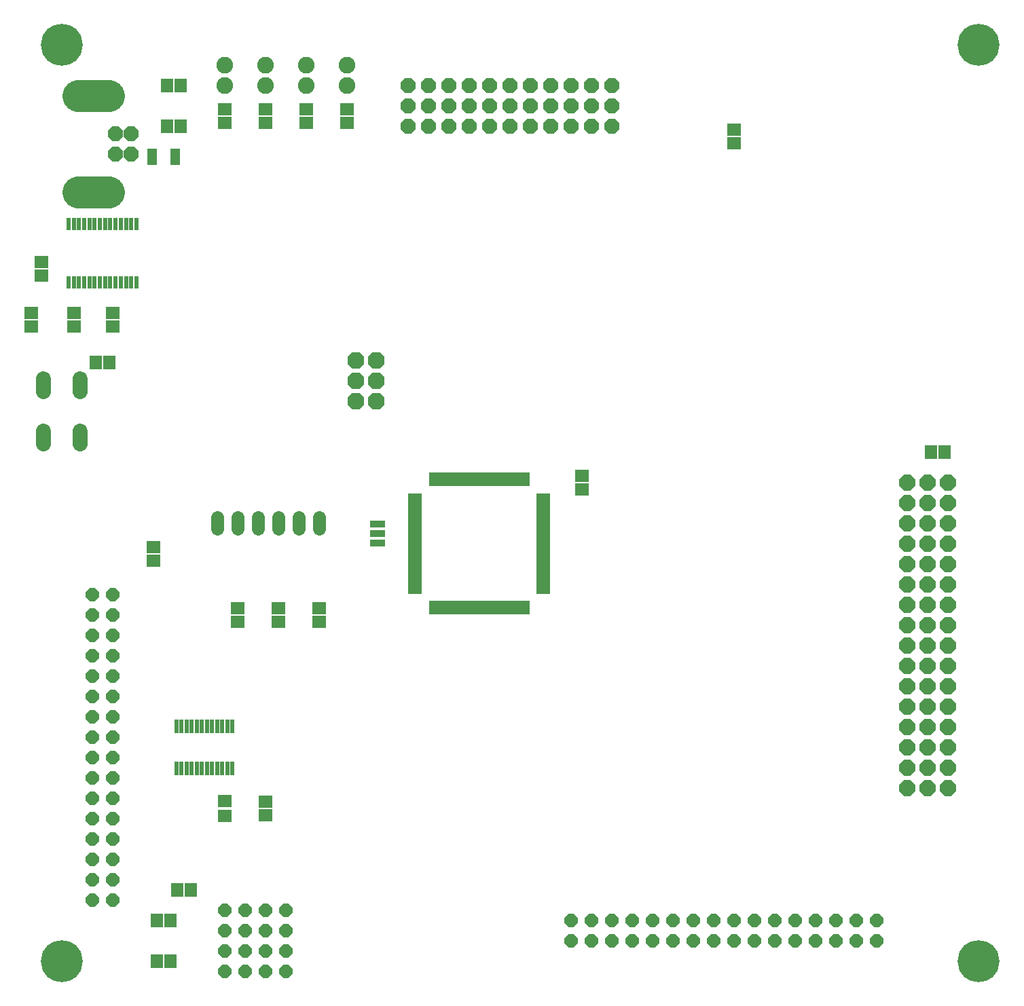
<source format=gts>
G75*
%MOIN*%
%OFA0B0*%
%FSLAX24Y24*%
%IPPOS*%
%LPD*%
%AMOC8*
5,1,8,0,0,1.08239X$1,22.5*
%
%ADD10C,0.2060*%
%ADD11R,0.0198X0.0671*%
%ADD12R,0.0671X0.0198*%
%ADD13OC8,0.0820*%
%ADD14R,0.0749X0.0356*%
%ADD15R,0.0592X0.0671*%
%ADD16R,0.0671X0.0592*%
%ADD17C,0.0820*%
%ADD18C,0.0720*%
%ADD19R,0.0217X0.0630*%
%ADD20OC8,0.0740*%
%ADD21OC8,0.0780*%
%ADD22OC8,0.0714*%
%ADD23C,0.1582*%
%ADD24OC8,0.0635*%
%ADD25R,0.0474X0.0789*%
%ADD26R,0.0220X0.0710*%
%ADD27R,0.0710X0.0592*%
%ADD28C,0.0635*%
D10*
X003000Y002680D03*
X003000Y047680D03*
X048000Y047680D03*
X048000Y002680D03*
D11*
X025862Y020030D03*
X025665Y020030D03*
X025469Y020030D03*
X025272Y020030D03*
X025075Y020030D03*
X024878Y020030D03*
X024681Y020030D03*
X024484Y020030D03*
X024287Y020030D03*
X024091Y020030D03*
X023894Y020030D03*
X023697Y020030D03*
X023500Y020030D03*
X023303Y020030D03*
X023106Y020030D03*
X022909Y020030D03*
X022713Y020030D03*
X022516Y020030D03*
X022319Y020030D03*
X022122Y020030D03*
X021925Y020030D03*
X021728Y020030D03*
X021531Y020030D03*
X021335Y020030D03*
X021138Y020030D03*
X021138Y026330D03*
X021335Y026330D03*
X021531Y026330D03*
X021728Y026330D03*
X021925Y026330D03*
X022122Y026330D03*
X022319Y026330D03*
X022516Y026330D03*
X022713Y026330D03*
X022909Y026330D03*
X023106Y026330D03*
X023303Y026330D03*
X023500Y026330D03*
X023697Y026330D03*
X023894Y026330D03*
X024091Y026330D03*
X024287Y026330D03*
X024484Y026330D03*
X024681Y026330D03*
X024878Y026330D03*
X025075Y026330D03*
X025272Y026330D03*
X025469Y026330D03*
X025665Y026330D03*
X025862Y026330D03*
D12*
X026650Y025542D03*
X026650Y025345D03*
X026650Y025149D03*
X026650Y024952D03*
X026650Y024755D03*
X026650Y024558D03*
X026650Y024361D03*
X026650Y024164D03*
X026650Y023967D03*
X026650Y023771D03*
X026650Y023574D03*
X026650Y023377D03*
X026650Y023180D03*
X026650Y022983D03*
X026650Y022786D03*
X026650Y022589D03*
X026650Y022393D03*
X026650Y022196D03*
X026650Y021999D03*
X026650Y021802D03*
X026650Y021605D03*
X026650Y021408D03*
X026650Y021211D03*
X026650Y021015D03*
X026650Y020818D03*
X020350Y020818D03*
X020350Y021015D03*
X020350Y021211D03*
X020350Y021408D03*
X020350Y021605D03*
X020350Y021802D03*
X020350Y021999D03*
X020350Y022196D03*
X020350Y022393D03*
X020350Y022589D03*
X020350Y022786D03*
X020350Y022983D03*
X020350Y023180D03*
X020350Y023377D03*
X020350Y023574D03*
X020350Y023771D03*
X020350Y023967D03*
X020350Y024164D03*
X020350Y024361D03*
X020350Y024558D03*
X020350Y024755D03*
X020350Y024952D03*
X020350Y025149D03*
X020350Y025345D03*
X020350Y025542D03*
D13*
X018450Y030180D03*
X018450Y031180D03*
X018450Y032180D03*
X017450Y032180D03*
X017450Y031180D03*
X017450Y030180D03*
D14*
X018500Y024152D03*
X018500Y023680D03*
X018500Y023208D03*
D15*
X005335Y032070D03*
X004665Y032070D03*
X008165Y043680D03*
X008835Y043680D03*
X008835Y045680D03*
X008165Y045680D03*
X045665Y027680D03*
X046335Y027680D03*
X009335Y006180D03*
X008665Y006180D03*
X008335Y004680D03*
X007665Y004680D03*
X007665Y002680D03*
X008335Y002680D03*
D16*
X013000Y009845D03*
X013000Y010515D03*
X013650Y019345D03*
X013650Y020015D03*
X011650Y020015D03*
X011650Y019345D03*
X015650Y019345D03*
X015650Y020015D03*
X007500Y022345D03*
X007500Y023015D03*
X005500Y033845D03*
X005500Y034515D03*
X003593Y034515D03*
X003593Y033845D03*
X001500Y033845D03*
X001500Y034515D03*
X002000Y036345D03*
X002000Y037015D03*
X011000Y043845D03*
X011000Y044515D03*
X013000Y044515D03*
X013000Y043845D03*
X015000Y043845D03*
X015000Y044515D03*
X017000Y044515D03*
X017000Y043845D03*
X028525Y026515D03*
X028525Y025845D03*
X036000Y042845D03*
X036000Y043515D03*
D17*
X017000Y045680D03*
X017000Y046680D03*
X015000Y046680D03*
X015000Y045680D03*
X013000Y045680D03*
X013000Y046680D03*
X011000Y046680D03*
X011000Y045680D03*
D18*
X003890Y031280D02*
X003890Y030640D01*
X002110Y030640D02*
X002110Y031280D01*
X002110Y028720D02*
X002110Y028080D01*
X003890Y028080D02*
X003890Y028720D01*
D19*
X003848Y035991D03*
X003593Y035991D03*
X003337Y035991D03*
X004104Y035991D03*
X004360Y035991D03*
X004616Y035991D03*
X004872Y035991D03*
X005128Y035991D03*
X005384Y035991D03*
X005640Y035991D03*
X005896Y035991D03*
X006152Y035991D03*
X006407Y035991D03*
X006663Y035991D03*
X006663Y038869D03*
X006407Y038869D03*
X006152Y038869D03*
X005896Y038869D03*
X005640Y038869D03*
X005384Y038869D03*
X005128Y038869D03*
X004872Y038869D03*
X004616Y038869D03*
X004360Y038869D03*
X004104Y038869D03*
X003848Y038869D03*
X003593Y038869D03*
X003337Y038869D03*
D20*
X020000Y043680D03*
X020000Y044680D03*
X020000Y045680D03*
X021000Y045680D03*
X021000Y044680D03*
X021000Y043680D03*
X022000Y043680D03*
X022000Y044680D03*
X022000Y045680D03*
X023000Y045680D03*
X023000Y044680D03*
X023000Y043680D03*
X024000Y043680D03*
X024000Y044680D03*
X024000Y045680D03*
X025000Y045680D03*
X025000Y044680D03*
X025000Y043680D03*
X026000Y043680D03*
X026000Y044680D03*
X026000Y045680D03*
X027000Y045680D03*
X027000Y044680D03*
X027000Y043680D03*
X028000Y043680D03*
X028000Y044680D03*
X028000Y045680D03*
X029000Y045680D03*
X029000Y044680D03*
X029000Y043680D03*
X030000Y043680D03*
X030000Y044680D03*
X030000Y045680D03*
D21*
X044500Y026180D03*
X044500Y025180D03*
X044500Y024180D03*
X044500Y023180D03*
X044500Y022180D03*
X044500Y021180D03*
X044500Y020180D03*
X044500Y019180D03*
X044500Y018180D03*
X044500Y017180D03*
X044500Y016180D03*
X044500Y015180D03*
X044500Y014180D03*
X044500Y013180D03*
X044500Y012180D03*
X044500Y011180D03*
X045500Y011180D03*
X045500Y012180D03*
X045500Y013180D03*
X045500Y014180D03*
X045500Y015180D03*
X045500Y016180D03*
X045500Y017180D03*
X045500Y018180D03*
X045500Y019180D03*
X045500Y020180D03*
X045500Y021180D03*
X045500Y022180D03*
X045500Y023180D03*
X045500Y024180D03*
X045500Y025180D03*
X045500Y026180D03*
X046500Y026180D03*
X046500Y025180D03*
X046500Y024180D03*
X046500Y023180D03*
X046500Y022180D03*
X046500Y021180D03*
X046500Y020180D03*
X046500Y019180D03*
X046500Y018180D03*
X046500Y017180D03*
X046500Y016180D03*
X046500Y015180D03*
X046500Y014180D03*
X046500Y013180D03*
X046500Y012180D03*
X046500Y011180D03*
D22*
X006400Y042320D03*
X005620Y042320D03*
X005620Y043300D03*
X006400Y043300D03*
D23*
X005301Y045180D02*
X003799Y045180D01*
X003799Y040440D02*
X005301Y040440D01*
D24*
X005500Y020680D03*
X005500Y019680D03*
X005500Y018680D03*
X005500Y017680D03*
X005500Y016680D03*
X005500Y015680D03*
X005500Y014680D03*
X005500Y013680D03*
X005500Y012680D03*
X005500Y011680D03*
X005500Y010680D03*
X005500Y009680D03*
X005500Y008680D03*
X005500Y007680D03*
X005500Y006680D03*
X005500Y005680D03*
X004500Y005680D03*
X004500Y006680D03*
X004500Y007680D03*
X004500Y008680D03*
X004500Y009680D03*
X004500Y010680D03*
X004500Y011680D03*
X004500Y012680D03*
X004500Y013680D03*
X004500Y014680D03*
X004500Y015680D03*
X004500Y016680D03*
X004500Y017680D03*
X004500Y018680D03*
X004500Y019680D03*
X004500Y020680D03*
X011000Y005180D03*
X011000Y004180D03*
X011000Y003180D03*
X011000Y002180D03*
X012000Y002180D03*
X012000Y003180D03*
X012000Y004180D03*
X012000Y005180D03*
X013000Y005180D03*
X013000Y004180D03*
X013000Y003180D03*
X013000Y002180D03*
X014000Y002180D03*
X014000Y003180D03*
X014000Y004180D03*
X014000Y005180D03*
X028000Y004680D03*
X028000Y003680D03*
X029000Y003680D03*
X029000Y004680D03*
X030000Y004680D03*
X030000Y003680D03*
X031000Y003680D03*
X031000Y004680D03*
X032000Y004680D03*
X032000Y003680D03*
X033000Y003680D03*
X033000Y004680D03*
X034000Y004680D03*
X034000Y003680D03*
X035000Y003680D03*
X035000Y004680D03*
X036000Y004680D03*
X036000Y003680D03*
X037000Y003680D03*
X038000Y003680D03*
X038000Y004680D03*
X037000Y004680D03*
X039000Y004680D03*
X039000Y003680D03*
X040000Y003680D03*
X040000Y004680D03*
X041000Y004680D03*
X041000Y003680D03*
X042000Y003680D03*
X042000Y004680D03*
X043000Y004680D03*
X043000Y003680D03*
D25*
X008551Y042180D03*
X007449Y042180D03*
D26*
X008620Y014220D03*
X008880Y014220D03*
X009120Y014220D03*
X009380Y014220D03*
X009620Y014220D03*
X009880Y014220D03*
X010120Y014220D03*
X010380Y014220D03*
X010620Y014220D03*
X010880Y014220D03*
X011120Y014220D03*
X011380Y014220D03*
X011380Y012140D03*
X011120Y012140D03*
X010880Y012140D03*
X010620Y012140D03*
X010380Y012140D03*
X010120Y012140D03*
X009880Y012140D03*
X009620Y012140D03*
X009380Y012140D03*
X009120Y012140D03*
X008880Y012140D03*
X008620Y012140D03*
D27*
X011000Y010554D03*
X011000Y009806D03*
D28*
X010650Y023903D02*
X010650Y024457D01*
X011650Y024457D02*
X011650Y023903D01*
X012650Y023903D02*
X012650Y024457D01*
X013650Y024457D02*
X013650Y023903D01*
X014650Y023903D02*
X014650Y024457D01*
X015650Y024457D02*
X015650Y023903D01*
M02*

</source>
